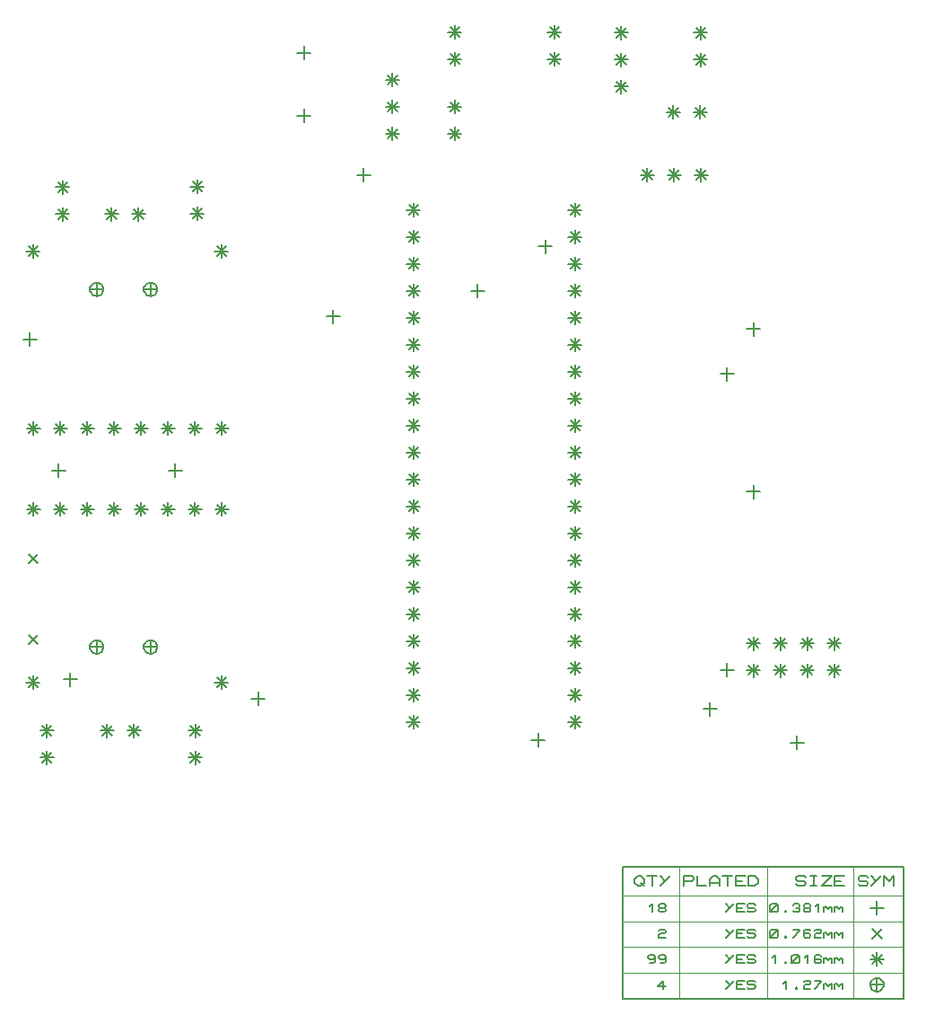
<source format=gbr>
G04 PROTEUS RS274X GERBER FILE*
%FSLAX45Y45*%
%MOMM*%
G01*
%ADD16C,0.203200*%
%ADD17C,0.127000*%
%ADD18C,0.063500*%
D16*
X+3105960Y+6892105D02*
X+3105960Y+6765105D01*
X+3169460Y+6828605D02*
X+3042460Y+6828605D01*
X+3105960Y+7482205D02*
X+3105960Y+7355205D01*
X+3169460Y+7418705D02*
X+3042460Y+7418705D01*
X+7097938Y+1665256D02*
X+7097938Y+1538256D01*
X+7161438Y+1601756D02*
X+7034438Y+1601756D01*
X+7097938Y+4457316D02*
X+7097938Y+4330316D01*
X+7161438Y+4393816D02*
X+7034438Y+4393816D01*
X+7760468Y+979516D02*
X+7760468Y+852516D01*
X+7823968Y+916016D02*
X+7696968Y+916016D01*
X+6936953Y+1297016D02*
X+6936953Y+1170016D01*
X+7000453Y+1233516D02*
X+6873453Y+1233516D01*
X+3379880Y+4999283D02*
X+3379880Y+4872283D01*
X+3443380Y+4935783D02*
X+3316380Y+4935783D01*
X+520000Y+4783500D02*
X+520000Y+4656500D01*
X+583500Y+4720000D02*
X+456500Y+4720000D01*
X+3670602Y+6330487D02*
X+3670602Y+6203487D01*
X+3734102Y+6266987D02*
X+3607102Y+6266987D01*
X+5384337Y+5657234D02*
X+5384337Y+5530234D01*
X+5447837Y+5593734D02*
X+5320837Y+5593734D01*
X+900544Y+1576911D02*
X+900544Y+1449911D01*
X+964044Y+1513411D02*
X+837044Y+1513411D01*
X+2674402Y+1397454D02*
X+2674402Y+1270454D01*
X+2737902Y+1333954D02*
X+2610902Y+1333954D01*
X+5315061Y+1005876D02*
X+5315061Y+878876D01*
X+5378561Y+942376D02*
X+5251561Y+942376D01*
X+4743828Y+5238311D02*
X+4743828Y+5111311D01*
X+4807328Y+5174811D02*
X+4680328Y+5174811D01*
X+7346404Y+3347121D02*
X+7346404Y+3220121D01*
X+7409904Y+3283621D02*
X+7282904Y+3283621D01*
X+7346404Y+4880356D02*
X+7346404Y+4753356D01*
X+7409904Y+4816856D02*
X+7282904Y+4816856D01*
X+790657Y+3547880D02*
X+790657Y+3420880D01*
X+854157Y+3484380D02*
X+727157Y+3484380D01*
X+1890705Y+3547880D02*
X+1890705Y+3420880D01*
X+1954205Y+3484380D02*
X+1827205Y+3484380D01*
X+5470000Y+7423500D02*
X+5470000Y+7296500D01*
X+5533500Y+7360000D02*
X+5406500Y+7360000D01*
X+5514901Y+7404901D02*
X+5425099Y+7315099D01*
X+5514901Y+7315099D02*
X+5425099Y+7404901D01*
X+5470000Y+7677500D02*
X+5470000Y+7550500D01*
X+5533500Y+7614000D02*
X+5406500Y+7614000D01*
X+5514901Y+7658901D02*
X+5425099Y+7569099D01*
X+5514901Y+7569099D02*
X+5425099Y+7658901D01*
X+4530000Y+7423500D02*
X+4530000Y+7296500D01*
X+4593500Y+7360000D02*
X+4466500Y+7360000D01*
X+4574901Y+7404901D02*
X+4485099Y+7315099D01*
X+4574901Y+7315099D02*
X+4485099Y+7404901D01*
X+4530000Y+7677500D02*
X+4530000Y+7550500D01*
X+4593500Y+7614000D02*
X+4466500Y+7614000D01*
X+4574901Y+7658901D02*
X+4485099Y+7569099D01*
X+4574901Y+7569099D02*
X+4485099Y+7658901D01*
X+6844000Y+6923500D02*
X+6844000Y+6796500D01*
X+6907500Y+6860000D02*
X+6780500Y+6860000D01*
X+6888901Y+6904901D02*
X+6799099Y+6815099D01*
X+6888901Y+6815099D02*
X+6799099Y+6904901D01*
X+6590000Y+6923500D02*
X+6590000Y+6796500D01*
X+6653500Y+6860000D02*
X+6526500Y+6860000D01*
X+6634901Y+6904901D02*
X+6545099Y+6815099D01*
X+6634901Y+6815099D02*
X+6545099Y+6904901D01*
X+4530000Y+6973500D02*
X+4530000Y+6846500D01*
X+4593500Y+6910000D02*
X+4466500Y+6910000D01*
X+4574901Y+6954901D02*
X+4485099Y+6865099D01*
X+4574901Y+6865099D02*
X+4485099Y+6954901D01*
X+4530000Y+6719500D02*
X+4530000Y+6592500D01*
X+4593500Y+6656000D02*
X+4466500Y+6656000D01*
X+4574901Y+6700901D02*
X+4485099Y+6611099D01*
X+4574901Y+6611099D02*
X+4485099Y+6700901D01*
X+2100000Y+6223500D02*
X+2100000Y+6096500D01*
X+2163500Y+6160000D02*
X+2036500Y+6160000D01*
X+2144901Y+6204901D02*
X+2055099Y+6115099D01*
X+2144901Y+6115099D02*
X+2055099Y+6204901D01*
X+2100000Y+5969500D02*
X+2100000Y+5842500D01*
X+2163500Y+5906000D02*
X+2036500Y+5906000D01*
X+2144901Y+5950901D02*
X+2055099Y+5861099D01*
X+2144901Y+5861099D02*
X+2055099Y+5950901D01*
X+830000Y+6217500D02*
X+830000Y+6090500D01*
X+893500Y+6154000D02*
X+766500Y+6154000D01*
X+874901Y+6198901D02*
X+785099Y+6109099D01*
X+874901Y+6109099D02*
X+785099Y+6198901D01*
X+830000Y+5963500D02*
X+830000Y+5836500D01*
X+893500Y+5900000D02*
X+766500Y+5900000D01*
X+874901Y+5944901D02*
X+785099Y+5855099D01*
X+874901Y+5855099D02*
X+785099Y+5944901D01*
X+1544000Y+5963500D02*
X+1544000Y+5836500D01*
X+1607500Y+5900000D02*
X+1480500Y+5900000D01*
X+1588901Y+5944901D02*
X+1499099Y+5855099D01*
X+1588901Y+5855099D02*
X+1499099Y+5944901D01*
X+1290000Y+5963500D02*
X+1290000Y+5836500D01*
X+1353500Y+5900000D02*
X+1226500Y+5900000D01*
X+1334901Y+5944901D02*
X+1245099Y+5855099D01*
X+1334901Y+5855099D02*
X+1245099Y+5944901D01*
X+2080000Y+839500D02*
X+2080000Y+712500D01*
X+2143500Y+776000D02*
X+2016500Y+776000D01*
X+2124901Y+820901D02*
X+2035099Y+731099D01*
X+2124901Y+731099D02*
X+2035099Y+820901D01*
X+2080000Y+1093500D02*
X+2080000Y+966500D01*
X+2143500Y+1030000D02*
X+2016500Y+1030000D01*
X+2124901Y+1074901D02*
X+2035099Y+985099D01*
X+2124901Y+985099D02*
X+2035099Y+1074901D01*
X+1504000Y+1093500D02*
X+1504000Y+966500D01*
X+1567500Y+1030000D02*
X+1440500Y+1030000D01*
X+1548901Y+1074901D02*
X+1459099Y+985099D01*
X+1548901Y+985099D02*
X+1459099Y+1074901D01*
X+1250000Y+1093500D02*
X+1250000Y+966500D01*
X+1313500Y+1030000D02*
X+1186500Y+1030000D01*
X+1294901Y+1074901D02*
X+1205099Y+985099D01*
X+1294901Y+985099D02*
X+1205099Y+1074901D01*
X+680000Y+839500D02*
X+680000Y+712500D01*
X+743500Y+776000D02*
X+616500Y+776000D01*
X+724901Y+820901D02*
X+635099Y+731099D01*
X+724901Y+731099D02*
X+635099Y+820901D01*
X+680000Y+1093500D02*
X+680000Y+966500D01*
X+743500Y+1030000D02*
X+616500Y+1030000D01*
X+724901Y+1074901D02*
X+635099Y+985099D01*
X+724901Y+985099D02*
X+635099Y+1074901D01*
X+550000Y+5613500D02*
X+550000Y+5486500D01*
X+613500Y+5550000D02*
X+486500Y+5550000D01*
X+594901Y+5594901D02*
X+505099Y+5505099D01*
X+594901Y+5505099D02*
X+505099Y+5594901D01*
X+2328000Y+5613500D02*
X+2328000Y+5486500D01*
X+2391500Y+5550000D02*
X+2264500Y+5550000D01*
X+2372901Y+5594901D02*
X+2283099Y+5505099D01*
X+2372901Y+5505099D02*
X+2283099Y+5594901D01*
X+550000Y+1549500D02*
X+550000Y+1422500D01*
X+613500Y+1486000D02*
X+486500Y+1486000D01*
X+594901Y+1530901D02*
X+505099Y+1441099D01*
X+594901Y+1441099D02*
X+505099Y+1530901D01*
X+2328000Y+1549500D02*
X+2328000Y+1422500D01*
X+2391500Y+1486000D02*
X+2264500Y+1486000D01*
X+2372901Y+1530901D02*
X+2283099Y+1441099D01*
X+2372901Y+1441099D02*
X+2283099Y+1530901D01*
X+6850000Y+7673500D02*
X+6850000Y+7546500D01*
X+6913500Y+7610000D02*
X+6786500Y+7610000D01*
X+6894901Y+7654901D02*
X+6805099Y+7565099D01*
X+6894901Y+7565099D02*
X+6805099Y+7654901D01*
X+6850000Y+7419500D02*
X+6850000Y+7292500D01*
X+6913500Y+7356000D02*
X+6786500Y+7356000D01*
X+6894901Y+7400901D02*
X+6805099Y+7311099D01*
X+6894901Y+7311099D02*
X+6805099Y+7400901D01*
X+7856000Y+1663500D02*
X+7856000Y+1536500D01*
X+7919500Y+1600000D02*
X+7792500Y+1600000D01*
X+7900901Y+1644901D02*
X+7811099Y+1555099D01*
X+7900901Y+1555099D02*
X+7811099Y+1644901D01*
X+7856000Y+1917500D02*
X+7856000Y+1790500D01*
X+7919500Y+1854000D02*
X+7792500Y+1854000D01*
X+7900901Y+1898901D02*
X+7811099Y+1809099D01*
X+7900901Y+1809099D02*
X+7811099Y+1898901D01*
X+8110000Y+1663500D02*
X+8110000Y+1536500D01*
X+8173500Y+1600000D02*
X+8046500Y+1600000D01*
X+8154901Y+1644901D02*
X+8065099Y+1555099D01*
X+8154901Y+1555099D02*
X+8065099Y+1644901D01*
X+7348000Y+1917500D02*
X+7348000Y+1790500D01*
X+7411500Y+1854000D02*
X+7284500Y+1854000D01*
X+7392901Y+1898901D02*
X+7303099Y+1809099D01*
X+7392901Y+1809099D02*
X+7303099Y+1898901D01*
X+7348000Y+1663500D02*
X+7348000Y+1536500D01*
X+7411500Y+1600000D02*
X+7284500Y+1600000D01*
X+7392901Y+1644901D02*
X+7303099Y+1555099D01*
X+7392901Y+1555099D02*
X+7303099Y+1644901D01*
X+7602000Y+1917500D02*
X+7602000Y+1790500D01*
X+7665500Y+1854000D02*
X+7538500Y+1854000D01*
X+7646901Y+1898901D02*
X+7557099Y+1809099D01*
X+7646901Y+1809099D02*
X+7557099Y+1898901D01*
X+7602000Y+1663500D02*
X+7602000Y+1536500D01*
X+7665500Y+1600000D02*
X+7538500Y+1600000D01*
X+7646901Y+1644901D02*
X+7557099Y+1555099D01*
X+7646901Y+1555099D02*
X+7557099Y+1644901D01*
X+8110000Y+1917500D02*
X+8110000Y+1790500D01*
X+8173500Y+1854000D02*
X+8046500Y+1854000D01*
X+8154901Y+1898901D02*
X+8065099Y+1809099D01*
X+8154901Y+1809099D02*
X+8065099Y+1898901D01*
X+5664000Y+1175500D02*
X+5664000Y+1048500D01*
X+5727500Y+1112000D02*
X+5600500Y+1112000D01*
X+5708901Y+1156901D02*
X+5619099Y+1067099D01*
X+5708901Y+1067099D02*
X+5619099Y+1156901D01*
X+4140000Y+5493500D02*
X+4140000Y+5366500D01*
X+4203500Y+5430000D02*
X+4076500Y+5430000D01*
X+4184901Y+5474901D02*
X+4095099Y+5385099D01*
X+4184901Y+5385099D02*
X+4095099Y+5474901D01*
X+4140000Y+6001500D02*
X+4140000Y+5874500D01*
X+4203500Y+5938000D02*
X+4076500Y+5938000D01*
X+4184901Y+5982901D02*
X+4095099Y+5893099D01*
X+4184901Y+5893099D02*
X+4095099Y+5982901D01*
X+5664000Y+1683500D02*
X+5664000Y+1556500D01*
X+5727500Y+1620000D02*
X+5600500Y+1620000D01*
X+5708901Y+1664901D02*
X+5619099Y+1575099D01*
X+5708901Y+1575099D02*
X+5619099Y+1664901D01*
X+4140000Y+2445500D02*
X+4140000Y+2318500D01*
X+4203500Y+2382000D02*
X+4076500Y+2382000D01*
X+4184901Y+2426901D02*
X+4095099Y+2337099D01*
X+4184901Y+2337099D02*
X+4095099Y+2426901D01*
X+4140000Y+2699500D02*
X+4140000Y+2572500D01*
X+4203500Y+2636000D02*
X+4076500Y+2636000D01*
X+4184901Y+2680901D02*
X+4095099Y+2591099D01*
X+4184901Y+2591099D02*
X+4095099Y+2680901D01*
X+4140000Y+2953500D02*
X+4140000Y+2826500D01*
X+4203500Y+2890000D02*
X+4076500Y+2890000D01*
X+4184901Y+2934901D02*
X+4095099Y+2845099D01*
X+4184901Y+2845099D02*
X+4095099Y+2934901D01*
X+4140000Y+3207500D02*
X+4140000Y+3080500D01*
X+4203500Y+3144000D02*
X+4076500Y+3144000D01*
X+4184901Y+3188901D02*
X+4095099Y+3099099D01*
X+4184901Y+3099099D02*
X+4095099Y+3188901D01*
X+4140000Y+3461500D02*
X+4140000Y+3334500D01*
X+4203500Y+3398000D02*
X+4076500Y+3398000D01*
X+4184901Y+3442901D02*
X+4095099Y+3353099D01*
X+4184901Y+3353099D02*
X+4095099Y+3442901D01*
X+4140000Y+3715500D02*
X+4140000Y+3588500D01*
X+4203500Y+3652000D02*
X+4076500Y+3652000D01*
X+4184901Y+3696901D02*
X+4095099Y+3607099D01*
X+4184901Y+3607099D02*
X+4095099Y+3696901D01*
X+4140000Y+3969500D02*
X+4140000Y+3842500D01*
X+4203500Y+3906000D02*
X+4076500Y+3906000D01*
X+4184901Y+3950901D02*
X+4095099Y+3861099D01*
X+4184901Y+3861099D02*
X+4095099Y+3950901D01*
X+4140000Y+4223500D02*
X+4140000Y+4096500D01*
X+4203500Y+4160000D02*
X+4076500Y+4160000D01*
X+4184901Y+4204901D02*
X+4095099Y+4115099D01*
X+4184901Y+4115099D02*
X+4095099Y+4204901D01*
X+5664000Y+4985500D02*
X+5664000Y+4858500D01*
X+5727500Y+4922000D02*
X+5600500Y+4922000D01*
X+5708901Y+4966901D02*
X+5619099Y+4877099D01*
X+5708901Y+4877099D02*
X+5619099Y+4966901D01*
X+5664000Y+4731500D02*
X+5664000Y+4604500D01*
X+5727500Y+4668000D02*
X+5600500Y+4668000D01*
X+5708901Y+4712901D02*
X+5619099Y+4623099D01*
X+5708901Y+4623099D02*
X+5619099Y+4712901D01*
X+5664000Y+4477500D02*
X+5664000Y+4350500D01*
X+5727500Y+4414000D02*
X+5600500Y+4414000D01*
X+5708901Y+4458901D02*
X+5619099Y+4369099D01*
X+5708901Y+4369099D02*
X+5619099Y+4458901D01*
X+5664000Y+4223500D02*
X+5664000Y+4096500D01*
X+5727500Y+4160000D02*
X+5600500Y+4160000D01*
X+5708901Y+4204901D02*
X+5619099Y+4115099D01*
X+5708901Y+4115099D02*
X+5619099Y+4204901D01*
X+5664000Y+3969500D02*
X+5664000Y+3842500D01*
X+5727500Y+3906000D02*
X+5600500Y+3906000D01*
X+5708901Y+3950901D02*
X+5619099Y+3861099D01*
X+5708901Y+3861099D02*
X+5619099Y+3950901D01*
X+5664000Y+3715500D02*
X+5664000Y+3588500D01*
X+5727500Y+3652000D02*
X+5600500Y+3652000D01*
X+5708901Y+3696901D02*
X+5619099Y+3607099D01*
X+5708901Y+3607099D02*
X+5619099Y+3696901D01*
X+4140000Y+4477500D02*
X+4140000Y+4350500D01*
X+4203500Y+4414000D02*
X+4076500Y+4414000D01*
X+4184901Y+4458901D02*
X+4095099Y+4369099D01*
X+4184901Y+4369099D02*
X+4095099Y+4458901D01*
X+4140000Y+4731500D02*
X+4140000Y+4604500D01*
X+4203500Y+4668000D02*
X+4076500Y+4668000D01*
X+4184901Y+4712901D02*
X+4095099Y+4623099D01*
X+4184901Y+4623099D02*
X+4095099Y+4712901D01*
X+4140000Y+4985500D02*
X+4140000Y+4858500D01*
X+4203500Y+4922000D02*
X+4076500Y+4922000D01*
X+4184901Y+4966901D02*
X+4095099Y+4877099D01*
X+4184901Y+4877099D02*
X+4095099Y+4966901D01*
X+5664000Y+3461500D02*
X+5664000Y+3334500D01*
X+5727500Y+3398000D02*
X+5600500Y+3398000D01*
X+5708901Y+3442901D02*
X+5619099Y+3353099D01*
X+5708901Y+3353099D02*
X+5619099Y+3442901D01*
X+5664000Y+3207500D02*
X+5664000Y+3080500D01*
X+5727500Y+3144000D02*
X+5600500Y+3144000D01*
X+5708901Y+3188901D02*
X+5619099Y+3099099D01*
X+5708901Y+3099099D02*
X+5619099Y+3188901D01*
X+5664000Y+2953500D02*
X+5664000Y+2826500D01*
X+5727500Y+2890000D02*
X+5600500Y+2890000D01*
X+5708901Y+2934901D02*
X+5619099Y+2845099D01*
X+5708901Y+2845099D02*
X+5619099Y+2934901D01*
X+5664000Y+2699500D02*
X+5664000Y+2572500D01*
X+5727500Y+2636000D02*
X+5600500Y+2636000D01*
X+5708901Y+2680901D02*
X+5619099Y+2591099D01*
X+5708901Y+2591099D02*
X+5619099Y+2680901D01*
X+5664000Y+2445500D02*
X+5664000Y+2318500D01*
X+5727500Y+2382000D02*
X+5600500Y+2382000D01*
X+5708901Y+2426901D02*
X+5619099Y+2337099D01*
X+5708901Y+2337099D02*
X+5619099Y+2426901D01*
X+5664000Y+2191500D02*
X+5664000Y+2064500D01*
X+5727500Y+2128000D02*
X+5600500Y+2128000D01*
X+5708901Y+2172901D02*
X+5619099Y+2083099D01*
X+5708901Y+2083099D02*
X+5619099Y+2172901D01*
X+5664000Y+1937500D02*
X+5664000Y+1810500D01*
X+5727500Y+1874000D02*
X+5600500Y+1874000D01*
X+5708901Y+1918901D02*
X+5619099Y+1829099D01*
X+5708901Y+1829099D02*
X+5619099Y+1918901D01*
X+4140000Y+5239500D02*
X+4140000Y+5112500D01*
X+4203500Y+5176000D02*
X+4076500Y+5176000D01*
X+4184901Y+5220901D02*
X+4095099Y+5131099D01*
X+4184901Y+5131099D02*
X+4095099Y+5220901D01*
X+5664000Y+6001500D02*
X+5664000Y+5874500D01*
X+5727500Y+5938000D02*
X+5600500Y+5938000D01*
X+5708901Y+5982901D02*
X+5619099Y+5893099D01*
X+5708901Y+5893099D02*
X+5619099Y+5982901D01*
X+5664000Y+5747500D02*
X+5664000Y+5620500D01*
X+5727500Y+5684000D02*
X+5600500Y+5684000D01*
X+5708901Y+5728901D02*
X+5619099Y+5639099D01*
X+5708901Y+5639099D02*
X+5619099Y+5728901D01*
X+5664000Y+5493500D02*
X+5664000Y+5366500D01*
X+5727500Y+5430000D02*
X+5600500Y+5430000D01*
X+5708901Y+5474901D02*
X+5619099Y+5385099D01*
X+5708901Y+5385099D02*
X+5619099Y+5474901D01*
X+5664000Y+5239500D02*
X+5664000Y+5112500D01*
X+5727500Y+5176000D02*
X+5600500Y+5176000D01*
X+5708901Y+5220901D02*
X+5619099Y+5131099D01*
X+5708901Y+5131099D02*
X+5619099Y+5220901D01*
X+4140000Y+1429500D02*
X+4140000Y+1302500D01*
X+4203500Y+1366000D02*
X+4076500Y+1366000D01*
X+4184901Y+1410901D02*
X+4095099Y+1321099D01*
X+4184901Y+1321099D02*
X+4095099Y+1410901D01*
X+4140000Y+1683500D02*
X+4140000Y+1556500D01*
X+4203500Y+1620000D02*
X+4076500Y+1620000D01*
X+4184901Y+1664901D02*
X+4095099Y+1575099D01*
X+4184901Y+1575099D02*
X+4095099Y+1664901D01*
X+4140000Y+1937500D02*
X+4140000Y+1810500D01*
X+4203500Y+1874000D02*
X+4076500Y+1874000D01*
X+4184901Y+1918901D02*
X+4095099Y+1829099D01*
X+4184901Y+1829099D02*
X+4095099Y+1918901D01*
X+5664000Y+1429500D02*
X+5664000Y+1302500D01*
X+5727500Y+1366000D02*
X+5600500Y+1366000D01*
X+5708901Y+1410901D02*
X+5619099Y+1321099D01*
X+5708901Y+1321099D02*
X+5619099Y+1410901D01*
X+4140000Y+5747500D02*
X+4140000Y+5620500D01*
X+4203500Y+5684000D02*
X+4076500Y+5684000D01*
X+4184901Y+5728901D02*
X+4095099Y+5639099D01*
X+4184901Y+5639099D02*
X+4095099Y+5728901D01*
X+4140000Y+2191500D02*
X+4140000Y+2064500D01*
X+4203500Y+2128000D02*
X+4076500Y+2128000D01*
X+4184901Y+2172901D02*
X+4095099Y+2083099D01*
X+4184901Y+2083099D02*
X+4095099Y+2172901D01*
X+4140000Y+1175500D02*
X+4140000Y+1048500D01*
X+4203500Y+1112000D02*
X+4076500Y+1112000D01*
X+4184901Y+1156901D02*
X+4095099Y+1067099D01*
X+4184901Y+1067099D02*
X+4095099Y+1156901D01*
X+2330000Y+3181500D02*
X+2330000Y+3054500D01*
X+2393500Y+3118000D02*
X+2266500Y+3118000D01*
X+2374901Y+3162901D02*
X+2285099Y+3073099D01*
X+2374901Y+3073099D02*
X+2285099Y+3162901D01*
X+2076000Y+3181500D02*
X+2076000Y+3054500D01*
X+2139500Y+3118000D02*
X+2012500Y+3118000D01*
X+2120901Y+3162901D02*
X+2031099Y+3073099D01*
X+2120901Y+3073099D02*
X+2031099Y+3162901D01*
X+1822000Y+3181500D02*
X+1822000Y+3054500D01*
X+1885500Y+3118000D02*
X+1758500Y+3118000D01*
X+1866901Y+3162901D02*
X+1777099Y+3073099D01*
X+1866901Y+3073099D02*
X+1777099Y+3162901D01*
X+1568000Y+3181500D02*
X+1568000Y+3054500D01*
X+1631500Y+3118000D02*
X+1504500Y+3118000D01*
X+1612901Y+3162901D02*
X+1523099Y+3073099D01*
X+1612901Y+3073099D02*
X+1523099Y+3162901D01*
X+1314000Y+3181500D02*
X+1314000Y+3054500D01*
X+1377500Y+3118000D02*
X+1250500Y+3118000D01*
X+1358901Y+3162901D02*
X+1269099Y+3073099D01*
X+1358901Y+3073099D02*
X+1269099Y+3162901D01*
X+1060000Y+3181500D02*
X+1060000Y+3054500D01*
X+1123500Y+3118000D02*
X+996500Y+3118000D01*
X+1104901Y+3162901D02*
X+1015099Y+3073099D01*
X+1104901Y+3073099D02*
X+1015099Y+3162901D01*
X+806000Y+3181500D02*
X+806000Y+3054500D01*
X+869500Y+3118000D02*
X+742500Y+3118000D01*
X+850901Y+3162901D02*
X+761099Y+3073099D01*
X+850901Y+3073099D02*
X+761099Y+3162901D01*
X+552000Y+3181500D02*
X+552000Y+3054500D01*
X+615500Y+3118000D02*
X+488500Y+3118000D01*
X+596901Y+3162901D02*
X+507099Y+3073099D01*
X+596901Y+3073099D02*
X+507099Y+3162901D01*
X+552000Y+3943500D02*
X+552000Y+3816500D01*
X+615500Y+3880000D02*
X+488500Y+3880000D01*
X+596901Y+3924901D02*
X+507099Y+3835099D01*
X+596901Y+3835099D02*
X+507099Y+3924901D01*
X+806000Y+3943500D02*
X+806000Y+3816500D01*
X+869500Y+3880000D02*
X+742500Y+3880000D01*
X+850901Y+3924901D02*
X+761099Y+3835099D01*
X+850901Y+3835099D02*
X+761099Y+3924901D01*
X+1060000Y+3943500D02*
X+1060000Y+3816500D01*
X+1123500Y+3880000D02*
X+996500Y+3880000D01*
X+1104901Y+3924901D02*
X+1015099Y+3835099D01*
X+1104901Y+3835099D02*
X+1015099Y+3924901D01*
X+1314000Y+3943500D02*
X+1314000Y+3816500D01*
X+1377500Y+3880000D02*
X+1250500Y+3880000D01*
X+1358901Y+3924901D02*
X+1269099Y+3835099D01*
X+1358901Y+3835099D02*
X+1269099Y+3924901D01*
X+1568000Y+3943500D02*
X+1568000Y+3816500D01*
X+1631500Y+3880000D02*
X+1504500Y+3880000D01*
X+1612901Y+3924901D02*
X+1523099Y+3835099D01*
X+1612901Y+3835099D02*
X+1523099Y+3924901D01*
X+1822000Y+3943500D02*
X+1822000Y+3816500D01*
X+1885500Y+3880000D02*
X+1758500Y+3880000D01*
X+1866901Y+3924901D02*
X+1777099Y+3835099D01*
X+1866901Y+3835099D02*
X+1777099Y+3924901D01*
X+2076000Y+3943500D02*
X+2076000Y+3816500D01*
X+2139500Y+3880000D02*
X+2012500Y+3880000D01*
X+2120901Y+3924901D02*
X+2031099Y+3835099D01*
X+2120901Y+3835099D02*
X+2031099Y+3924901D01*
X+2330000Y+3943500D02*
X+2330000Y+3816500D01*
X+2393500Y+3880000D02*
X+2266500Y+3880000D01*
X+2374901Y+3924901D02*
X+2285099Y+3835099D01*
X+2374901Y+3835099D02*
X+2285099Y+3924901D01*
X+3940000Y+7227500D02*
X+3940000Y+7100500D01*
X+4003500Y+7164000D02*
X+3876500Y+7164000D01*
X+3984901Y+7208901D02*
X+3895099Y+7119099D01*
X+3984901Y+7119099D02*
X+3895099Y+7208901D01*
X+3940000Y+6973500D02*
X+3940000Y+6846500D01*
X+4003500Y+6910000D02*
X+3876500Y+6910000D01*
X+3984901Y+6954901D02*
X+3895099Y+6865099D01*
X+3984901Y+6865099D02*
X+3895099Y+6954901D01*
X+3940000Y+6719500D02*
X+3940000Y+6592500D01*
X+4003500Y+6656000D02*
X+3876500Y+6656000D01*
X+3984901Y+6700901D02*
X+3895099Y+6611099D01*
X+3984901Y+6611099D02*
X+3895099Y+6700901D01*
X+6854000Y+6333500D02*
X+6854000Y+6206500D01*
X+6917500Y+6270000D02*
X+6790500Y+6270000D01*
X+6898901Y+6314901D02*
X+6809099Y+6225099D01*
X+6898901Y+6225099D02*
X+6809099Y+6314901D01*
X+6600000Y+6333500D02*
X+6600000Y+6206500D01*
X+6663500Y+6270000D02*
X+6536500Y+6270000D01*
X+6644901Y+6314901D02*
X+6555099Y+6225099D01*
X+6644901Y+6225099D02*
X+6555099Y+6314901D01*
X+6346000Y+6333500D02*
X+6346000Y+6206500D01*
X+6409500Y+6270000D02*
X+6282500Y+6270000D01*
X+6390901Y+6314901D02*
X+6301099Y+6225099D01*
X+6390901Y+6225099D02*
X+6301099Y+6314901D01*
X+1721500Y+5190000D02*
X+1721275Y+5195335D01*
X+1719449Y+5206007D01*
X+1715624Y+5216679D01*
X+1709353Y+5227351D01*
X+1699780Y+5237819D01*
X+1689108Y+5245358D01*
X+1678436Y+5250122D01*
X+1667764Y+5252745D01*
X+1658000Y+5253500D01*
X+1594500Y+5190000D02*
X+1594725Y+5195335D01*
X+1596551Y+5206007D01*
X+1600376Y+5216679D01*
X+1606647Y+5227351D01*
X+1616220Y+5237819D01*
X+1626892Y+5245358D01*
X+1637564Y+5250122D01*
X+1648236Y+5252745D01*
X+1658000Y+5253500D01*
X+1594500Y+5190000D02*
X+1594725Y+5184665D01*
X+1596551Y+5173993D01*
X+1600376Y+5163321D01*
X+1606647Y+5152649D01*
X+1616220Y+5142181D01*
X+1626892Y+5134642D01*
X+1637564Y+5129878D01*
X+1648236Y+5127255D01*
X+1658000Y+5126500D01*
X+1721500Y+5190000D02*
X+1721275Y+5184665D01*
X+1719449Y+5173993D01*
X+1715624Y+5163321D01*
X+1709353Y+5152649D01*
X+1699780Y+5142181D01*
X+1689108Y+5134642D01*
X+1678436Y+5129878D01*
X+1667764Y+5127255D01*
X+1658000Y+5126500D01*
X+1658000Y+5253500D02*
X+1658000Y+5126500D01*
X+1721500Y+5190000D02*
X+1594500Y+5190000D01*
X+1213500Y+5190000D02*
X+1213275Y+5195335D01*
X+1211449Y+5206007D01*
X+1207624Y+5216679D01*
X+1201353Y+5227351D01*
X+1191780Y+5237819D01*
X+1181108Y+5245358D01*
X+1170436Y+5250122D01*
X+1159764Y+5252745D01*
X+1150000Y+5253500D01*
X+1086500Y+5190000D02*
X+1086725Y+5195335D01*
X+1088551Y+5206007D01*
X+1092376Y+5216679D01*
X+1098647Y+5227351D01*
X+1108220Y+5237819D01*
X+1118892Y+5245358D01*
X+1129564Y+5250122D01*
X+1140236Y+5252745D01*
X+1150000Y+5253500D01*
X+1086500Y+5190000D02*
X+1086725Y+5184665D01*
X+1088551Y+5173993D01*
X+1092376Y+5163321D01*
X+1098647Y+5152649D01*
X+1108220Y+5142181D01*
X+1118892Y+5134642D01*
X+1129564Y+5129878D01*
X+1140236Y+5127255D01*
X+1150000Y+5126500D01*
X+1213500Y+5190000D02*
X+1213275Y+5184665D01*
X+1211449Y+5173993D01*
X+1207624Y+5163321D01*
X+1201353Y+5152649D01*
X+1191780Y+5142181D01*
X+1181108Y+5134642D01*
X+1170436Y+5129878D01*
X+1159764Y+5127255D01*
X+1150000Y+5126500D01*
X+1150000Y+5253500D02*
X+1150000Y+5126500D01*
X+1213500Y+5190000D02*
X+1086500Y+5190000D01*
X+1721500Y+1820000D02*
X+1721275Y+1825335D01*
X+1719449Y+1836007D01*
X+1715624Y+1846679D01*
X+1709353Y+1857351D01*
X+1699780Y+1867819D01*
X+1689108Y+1875358D01*
X+1678436Y+1880122D01*
X+1667764Y+1882745D01*
X+1658000Y+1883500D01*
X+1594500Y+1820000D02*
X+1594725Y+1825335D01*
X+1596551Y+1836007D01*
X+1600376Y+1846679D01*
X+1606647Y+1857351D01*
X+1616220Y+1867819D01*
X+1626892Y+1875358D01*
X+1637564Y+1880122D01*
X+1648236Y+1882745D01*
X+1658000Y+1883500D01*
X+1594500Y+1820000D02*
X+1594725Y+1814665D01*
X+1596551Y+1803993D01*
X+1600376Y+1793321D01*
X+1606647Y+1782649D01*
X+1616220Y+1772181D01*
X+1626892Y+1764642D01*
X+1637564Y+1759878D01*
X+1648236Y+1757255D01*
X+1658000Y+1756500D01*
X+1721500Y+1820000D02*
X+1721275Y+1814665D01*
X+1719449Y+1803993D01*
X+1715624Y+1793321D01*
X+1709353Y+1782649D01*
X+1699780Y+1772181D01*
X+1689108Y+1764642D01*
X+1678436Y+1759878D01*
X+1667764Y+1757255D01*
X+1658000Y+1756500D01*
X+1658000Y+1883500D02*
X+1658000Y+1756500D01*
X+1721500Y+1820000D02*
X+1594500Y+1820000D01*
X+1213500Y+1820000D02*
X+1213275Y+1825335D01*
X+1211449Y+1836007D01*
X+1207624Y+1846679D01*
X+1201353Y+1857351D01*
X+1191780Y+1867819D01*
X+1181108Y+1875358D01*
X+1170436Y+1880122D01*
X+1159764Y+1882745D01*
X+1150000Y+1883500D01*
X+1086500Y+1820000D02*
X+1086725Y+1825335D01*
X+1088551Y+1836007D01*
X+1092376Y+1846679D01*
X+1098647Y+1857351D01*
X+1108220Y+1867819D01*
X+1118892Y+1875358D01*
X+1129564Y+1880122D01*
X+1140236Y+1882745D01*
X+1150000Y+1883500D01*
X+1086500Y+1820000D02*
X+1086725Y+1814665D01*
X+1088551Y+1803993D01*
X+1092376Y+1793321D01*
X+1098647Y+1782649D01*
X+1108220Y+1772181D01*
X+1118892Y+1764642D01*
X+1129564Y+1759878D01*
X+1140236Y+1757255D01*
X+1150000Y+1756500D01*
X+1213500Y+1820000D02*
X+1213275Y+1814665D01*
X+1211449Y+1803993D01*
X+1207624Y+1793321D01*
X+1201353Y+1782649D01*
X+1191780Y+1772181D01*
X+1181108Y+1764642D01*
X+1170436Y+1759878D01*
X+1159764Y+1757255D01*
X+1150000Y+1756500D01*
X+1150000Y+1883500D02*
X+1150000Y+1756500D01*
X+1213500Y+1820000D02*
X+1086500Y+1820000D01*
X+594901Y+1934901D02*
X+505099Y+1845099D01*
X+594901Y+1845099D02*
X+505099Y+1934901D01*
X+594901Y+2696901D02*
X+505099Y+2607099D01*
X+594901Y+2607099D02*
X+505099Y+2696901D01*
X+6100000Y+7673500D02*
X+6100000Y+7546500D01*
X+6163500Y+7610000D02*
X+6036500Y+7610000D01*
X+6144901Y+7654901D02*
X+6055099Y+7565099D01*
X+6144901Y+7565099D02*
X+6055099Y+7654901D01*
X+6100000Y+7419500D02*
X+6100000Y+7292500D01*
X+6163500Y+7356000D02*
X+6036500Y+7356000D01*
X+6144901Y+7400901D02*
X+6055099Y+7311099D01*
X+6144901Y+7311099D02*
X+6055099Y+7400901D01*
X+6100000Y+7165500D02*
X+6100000Y+7038500D01*
X+6163500Y+7102000D02*
X+6036500Y+7102000D01*
X+6144901Y+7146901D02*
X+6055099Y+7057099D01*
X+6144901Y+7057099D02*
X+6055099Y+7146901D01*
D17*
X+6116020Y-1498760D02*
X+8760160Y-1498760D01*
X+8760160Y-254160D01*
X+6116020Y-254160D01*
X+6116020Y-1498760D01*
D18*
X+8292798Y-254160D02*
X+8292798Y-1498760D01*
X+7479998Y-254160D02*
X+7479998Y-1498760D01*
X+6646878Y-254160D02*
X+6646878Y-1498760D01*
X+8760160Y-527210D02*
X+6116020Y-527210D01*
X+8760160Y-768510D02*
X+6116020Y-768510D01*
X+8760160Y-1009810D02*
X+6116020Y-1009810D01*
X+8760160Y-1251110D02*
X+6116020Y-1251110D01*
D17*
X+8337250Y-417990D02*
X+8352490Y-433230D01*
X+8413450Y-433230D01*
X+8428690Y-417990D01*
X+8428690Y-402750D01*
X+8413450Y-387510D01*
X+8352490Y-387510D01*
X+8337250Y-372270D01*
X+8337250Y-357030D01*
X+8352490Y-341790D01*
X+8413450Y-341790D01*
X+8428690Y-357030D01*
X+8550610Y-341790D02*
X+8459170Y-433230D01*
X+8459170Y-341790D02*
X+8504890Y-387510D01*
X+8581090Y-433230D02*
X+8581090Y-341790D01*
X+8626810Y-387510D01*
X+8672530Y-341790D01*
X+8672530Y-433230D01*
X+7747970Y-417990D02*
X+7763210Y-433230D01*
X+7824170Y-433230D01*
X+7839410Y-417990D01*
X+7839410Y-402750D01*
X+7824170Y-387510D01*
X+7763210Y-387510D01*
X+7747970Y-372270D01*
X+7747970Y-357030D01*
X+7763210Y-341790D01*
X+7824170Y-341790D01*
X+7839410Y-357030D01*
X+7885130Y-341790D02*
X+7946090Y-341790D01*
X+7915610Y-341790D02*
X+7915610Y-433230D01*
X+7885130Y-433230D02*
X+7946090Y-433230D01*
X+7991810Y-341790D02*
X+8083250Y-341790D01*
X+7991810Y-433230D01*
X+8083250Y-433230D01*
X+8205170Y-433230D02*
X+8113730Y-433230D01*
X+8113730Y-341790D01*
X+8205170Y-341790D01*
X+8113730Y-387510D02*
X+8174690Y-387510D01*
X+6691330Y-433230D02*
X+6691330Y-341790D01*
X+6767530Y-341790D01*
X+6782770Y-357030D01*
X+6782770Y-372270D01*
X+6767530Y-387510D01*
X+6691330Y-387510D01*
X+6813250Y-341790D02*
X+6813250Y-433230D01*
X+6904690Y-433230D01*
X+6935170Y-433230D02*
X+6935170Y-372270D01*
X+6965650Y-341790D01*
X+6996130Y-341790D01*
X+7026610Y-372270D01*
X+7026610Y-433230D01*
X+6935170Y-402750D02*
X+7026610Y-402750D01*
X+7057090Y-341790D02*
X+7148530Y-341790D01*
X+7102810Y-341790D02*
X+7102810Y-433230D01*
X+7270450Y-433230D02*
X+7179010Y-433230D01*
X+7179010Y-341790D01*
X+7270450Y-341790D01*
X+7179010Y-387510D02*
X+7239970Y-387510D01*
X+7300930Y-433230D02*
X+7300930Y-341790D01*
X+7361890Y-341790D01*
X+7392370Y-372270D01*
X+7392370Y-402750D01*
X+7361890Y-433230D01*
X+7300930Y-433230D01*
X+6223970Y-372270D02*
X+6254450Y-341790D01*
X+6284930Y-341790D01*
X+6315410Y-372270D01*
X+6315410Y-402750D01*
X+6284930Y-433230D01*
X+6254450Y-433230D01*
X+6223970Y-402750D01*
X+6223970Y-372270D01*
X+6284930Y-402750D02*
X+6315410Y-433230D01*
X+6345890Y-341790D02*
X+6437330Y-341790D01*
X+6391610Y-341790D02*
X+6391610Y-433230D01*
X+6559250Y-341790D02*
X+6467810Y-433230D01*
X+6467810Y-341790D02*
X+6513530Y-387510D01*
D16*
X+8513780Y-578010D02*
X+8513780Y-705010D01*
X+8577280Y-641510D02*
X+8450280Y-641510D01*
D17*
X+7505400Y-666910D02*
X+7505400Y-616110D01*
X+7518100Y-603410D01*
X+7568900Y-603410D01*
X+7581600Y-616110D01*
X+7581600Y-666910D01*
X+7568900Y-679610D01*
X+7518100Y-679610D01*
X+7505400Y-666910D01*
X+7505400Y-679610D02*
X+7581600Y-603410D01*
X+7645100Y-666910D02*
X+7657800Y-666910D01*
X+7657800Y-679610D01*
X+7645100Y-679610D01*
X+7645100Y-666910D01*
X+7721300Y-616110D02*
X+7734000Y-603410D01*
X+7772100Y-603410D01*
X+7784800Y-616110D01*
X+7784800Y-628810D01*
X+7772100Y-641510D01*
X+7784800Y-654210D01*
X+7784800Y-666910D01*
X+7772100Y-679610D01*
X+7734000Y-679610D01*
X+7721300Y-666910D01*
X+7746700Y-641510D02*
X+7772100Y-641510D01*
X+7835600Y-641510D02*
X+7822900Y-628810D01*
X+7822900Y-616110D01*
X+7835600Y-603410D01*
X+7873700Y-603410D01*
X+7886400Y-616110D01*
X+7886400Y-628810D01*
X+7873700Y-641510D01*
X+7835600Y-641510D01*
X+7822900Y-654210D01*
X+7822900Y-666910D01*
X+7835600Y-679610D01*
X+7873700Y-679610D01*
X+7886400Y-666910D01*
X+7886400Y-654210D01*
X+7873700Y-641510D01*
X+7937200Y-628810D02*
X+7962600Y-603410D01*
X+7962600Y-679610D01*
X+8013400Y-679610D02*
X+8013400Y-628810D01*
X+8013400Y-641510D02*
X+8026100Y-628810D01*
X+8051500Y-654210D01*
X+8076900Y-628810D01*
X+8089600Y-641510D01*
X+8089600Y-679610D01*
X+8115000Y-679610D02*
X+8115000Y-628810D01*
X+8115000Y-641510D02*
X+8127700Y-628810D01*
X+8153100Y-654210D01*
X+8178500Y-628810D01*
X+8191200Y-641510D01*
X+8191200Y-679610D01*
X+7162500Y-603410D02*
X+7086300Y-679610D01*
X+7086300Y-603410D02*
X+7124400Y-641510D01*
X+7264100Y-679610D02*
X+7187900Y-679610D01*
X+7187900Y-603410D01*
X+7264100Y-603410D01*
X+7187900Y-641510D02*
X+7238700Y-641510D01*
X+7289500Y-666910D02*
X+7302200Y-679610D01*
X+7353000Y-679610D01*
X+7365700Y-666910D01*
X+7365700Y-654210D01*
X+7353000Y-641510D01*
X+7302200Y-641510D01*
X+7289500Y-628810D01*
X+7289500Y-616110D01*
X+7302200Y-603410D01*
X+7353000Y-603410D01*
X+7365700Y-616110D01*
X+6367480Y-628810D02*
X+6392880Y-603410D01*
X+6392880Y-679610D01*
X+6469080Y-641510D02*
X+6456380Y-628810D01*
X+6456380Y-616110D01*
X+6469080Y-603410D01*
X+6507180Y-603410D01*
X+6519880Y-616110D01*
X+6519880Y-628810D01*
X+6507180Y-641510D01*
X+6469080Y-641510D01*
X+6456380Y-654210D01*
X+6456380Y-666910D01*
X+6469080Y-679610D01*
X+6507180Y-679610D01*
X+6519880Y-666910D01*
X+6519880Y-654210D01*
X+6507180Y-641510D01*
D16*
X+8558681Y-837909D02*
X+8468879Y-927711D01*
X+8558681Y-927711D02*
X+8468879Y-837909D01*
D17*
X+7505400Y-908210D02*
X+7505400Y-857410D01*
X+7518100Y-844710D01*
X+7568900Y-844710D01*
X+7581600Y-857410D01*
X+7581600Y-908210D01*
X+7568900Y-920910D01*
X+7518100Y-920910D01*
X+7505400Y-908210D01*
X+7505400Y-920910D02*
X+7581600Y-844710D01*
X+7645100Y-908210D02*
X+7657800Y-908210D01*
X+7657800Y-920910D01*
X+7645100Y-920910D01*
X+7645100Y-908210D01*
X+7721300Y-844710D02*
X+7784800Y-844710D01*
X+7784800Y-857410D01*
X+7721300Y-920910D01*
X+7886400Y-857410D02*
X+7873700Y-844710D01*
X+7835600Y-844710D01*
X+7822900Y-857410D01*
X+7822900Y-908210D01*
X+7835600Y-920910D01*
X+7873700Y-920910D01*
X+7886400Y-908210D01*
X+7886400Y-895510D01*
X+7873700Y-882810D01*
X+7822900Y-882810D01*
X+7924500Y-857410D02*
X+7937200Y-844710D01*
X+7975300Y-844710D01*
X+7988000Y-857410D01*
X+7988000Y-870110D01*
X+7975300Y-882810D01*
X+7937200Y-882810D01*
X+7924500Y-895510D01*
X+7924500Y-920910D01*
X+7988000Y-920910D01*
X+8013400Y-920910D02*
X+8013400Y-870110D01*
X+8013400Y-882810D02*
X+8026100Y-870110D01*
X+8051500Y-895510D01*
X+8076900Y-870110D01*
X+8089600Y-882810D01*
X+8089600Y-920910D01*
X+8115000Y-920910D02*
X+8115000Y-870110D01*
X+8115000Y-882810D02*
X+8127700Y-870110D01*
X+8153100Y-895510D01*
X+8178500Y-870110D01*
X+8191200Y-882810D01*
X+8191200Y-920910D01*
X+7162500Y-844710D02*
X+7086300Y-920910D01*
X+7086300Y-844710D02*
X+7124400Y-882810D01*
X+7264100Y-920910D02*
X+7187900Y-920910D01*
X+7187900Y-844710D01*
X+7264100Y-844710D01*
X+7187900Y-882810D02*
X+7238700Y-882810D01*
X+7289500Y-908210D02*
X+7302200Y-920910D01*
X+7353000Y-920910D01*
X+7365700Y-908210D01*
X+7365700Y-895510D01*
X+7353000Y-882810D01*
X+7302200Y-882810D01*
X+7289500Y-870110D01*
X+7289500Y-857410D01*
X+7302200Y-844710D01*
X+7353000Y-844710D01*
X+7365700Y-857410D01*
X+6456380Y-857410D02*
X+6469080Y-844710D01*
X+6507180Y-844710D01*
X+6519880Y-857410D01*
X+6519880Y-870110D01*
X+6507180Y-882810D01*
X+6469080Y-882810D01*
X+6456380Y-895510D01*
X+6456380Y-920910D01*
X+6519880Y-920910D01*
D16*
X+8513780Y-1060610D02*
X+8513780Y-1187610D01*
X+8577280Y-1124110D02*
X+8450280Y-1124110D01*
X+8558681Y-1079209D02*
X+8468879Y-1169011D01*
X+8558681Y-1169011D02*
X+8468879Y-1079209D01*
D17*
X+7530800Y-1111410D02*
X+7556200Y-1086010D01*
X+7556200Y-1162210D01*
X+7645100Y-1149510D02*
X+7657800Y-1149510D01*
X+7657800Y-1162210D01*
X+7645100Y-1162210D01*
X+7645100Y-1149510D01*
X+7708600Y-1149510D02*
X+7708600Y-1098710D01*
X+7721300Y-1086010D01*
X+7772100Y-1086010D01*
X+7784800Y-1098710D01*
X+7784800Y-1149510D01*
X+7772100Y-1162210D01*
X+7721300Y-1162210D01*
X+7708600Y-1149510D01*
X+7708600Y-1162210D02*
X+7784800Y-1086010D01*
X+7835600Y-1111410D02*
X+7861000Y-1086010D01*
X+7861000Y-1162210D01*
X+7988000Y-1098710D02*
X+7975300Y-1086010D01*
X+7937200Y-1086010D01*
X+7924500Y-1098710D01*
X+7924500Y-1149510D01*
X+7937200Y-1162210D01*
X+7975300Y-1162210D01*
X+7988000Y-1149510D01*
X+7988000Y-1136810D01*
X+7975300Y-1124110D01*
X+7924500Y-1124110D01*
X+8013400Y-1162210D02*
X+8013400Y-1111410D01*
X+8013400Y-1124110D02*
X+8026100Y-1111410D01*
X+8051500Y-1136810D01*
X+8076900Y-1111410D01*
X+8089600Y-1124110D01*
X+8089600Y-1162210D01*
X+8115000Y-1162210D02*
X+8115000Y-1111410D01*
X+8115000Y-1124110D02*
X+8127700Y-1111410D01*
X+8153100Y-1136810D01*
X+8178500Y-1111410D01*
X+8191200Y-1124110D01*
X+8191200Y-1162210D01*
X+7162500Y-1086010D02*
X+7086300Y-1162210D01*
X+7086300Y-1086010D02*
X+7124400Y-1124110D01*
X+7264100Y-1162210D02*
X+7187900Y-1162210D01*
X+7187900Y-1086010D01*
X+7264100Y-1086010D01*
X+7187900Y-1124110D02*
X+7238700Y-1124110D01*
X+7289500Y-1149510D02*
X+7302200Y-1162210D01*
X+7353000Y-1162210D01*
X+7365700Y-1149510D01*
X+7365700Y-1136810D01*
X+7353000Y-1124110D01*
X+7302200Y-1124110D01*
X+7289500Y-1111410D01*
X+7289500Y-1098710D01*
X+7302200Y-1086010D01*
X+7353000Y-1086010D01*
X+7365700Y-1098710D01*
X+6418280Y-1111410D02*
X+6405580Y-1124110D01*
X+6367480Y-1124110D01*
X+6354780Y-1111410D01*
X+6354780Y-1098710D01*
X+6367480Y-1086010D01*
X+6405580Y-1086010D01*
X+6418280Y-1098710D01*
X+6418280Y-1149510D01*
X+6405580Y-1162210D01*
X+6367480Y-1162210D01*
X+6519880Y-1111410D02*
X+6507180Y-1124110D01*
X+6469080Y-1124110D01*
X+6456380Y-1111410D01*
X+6456380Y-1098710D01*
X+6469080Y-1086010D01*
X+6507180Y-1086010D01*
X+6519880Y-1098710D01*
X+6519880Y-1149510D01*
X+6507180Y-1162210D01*
X+6469080Y-1162210D01*
D16*
X+8577280Y-1365410D02*
X+8577055Y-1360075D01*
X+8575229Y-1349403D01*
X+8571404Y-1338731D01*
X+8565133Y-1328059D01*
X+8555560Y-1317591D01*
X+8544888Y-1310052D01*
X+8534216Y-1305288D01*
X+8523544Y-1302665D01*
X+8513780Y-1301910D01*
X+8450280Y-1365410D02*
X+8450505Y-1360075D01*
X+8452331Y-1349403D01*
X+8456156Y-1338731D01*
X+8462427Y-1328059D01*
X+8472000Y-1317591D01*
X+8482672Y-1310052D01*
X+8493344Y-1305288D01*
X+8504016Y-1302665D01*
X+8513780Y-1301910D01*
X+8450280Y-1365410D02*
X+8450505Y-1370745D01*
X+8452331Y-1381417D01*
X+8456156Y-1392089D01*
X+8462427Y-1402761D01*
X+8472000Y-1413229D01*
X+8482672Y-1420768D01*
X+8493344Y-1425532D01*
X+8504016Y-1428155D01*
X+8513780Y-1428910D01*
X+8577280Y-1365410D02*
X+8577055Y-1370745D01*
X+8575229Y-1381417D01*
X+8571404Y-1392089D01*
X+8565133Y-1402761D01*
X+8555560Y-1413229D01*
X+8544888Y-1420768D01*
X+8534216Y-1425532D01*
X+8523544Y-1428155D01*
X+8513780Y-1428910D01*
X+8513780Y-1301910D02*
X+8513780Y-1428910D01*
X+8577280Y-1365410D02*
X+8450280Y-1365410D01*
D17*
X+7632400Y-1352710D02*
X+7657800Y-1327310D01*
X+7657800Y-1403510D01*
X+7746700Y-1390810D02*
X+7759400Y-1390810D01*
X+7759400Y-1403510D01*
X+7746700Y-1403510D01*
X+7746700Y-1390810D01*
X+7822900Y-1340010D02*
X+7835600Y-1327310D01*
X+7873700Y-1327310D01*
X+7886400Y-1340010D01*
X+7886400Y-1352710D01*
X+7873700Y-1365410D01*
X+7835600Y-1365410D01*
X+7822900Y-1378110D01*
X+7822900Y-1403510D01*
X+7886400Y-1403510D01*
X+7924500Y-1327310D02*
X+7988000Y-1327310D01*
X+7988000Y-1340010D01*
X+7924500Y-1403510D01*
X+8013400Y-1403510D02*
X+8013400Y-1352710D01*
X+8013400Y-1365410D02*
X+8026100Y-1352710D01*
X+8051500Y-1378110D01*
X+8076900Y-1352710D01*
X+8089600Y-1365410D01*
X+8089600Y-1403510D01*
X+8115000Y-1403510D02*
X+8115000Y-1352710D01*
X+8115000Y-1365410D02*
X+8127700Y-1352710D01*
X+8153100Y-1378110D01*
X+8178500Y-1352710D01*
X+8191200Y-1365410D01*
X+8191200Y-1403510D01*
X+7162500Y-1327310D02*
X+7086300Y-1403510D01*
X+7086300Y-1327310D02*
X+7124400Y-1365410D01*
X+7264100Y-1403510D02*
X+7187900Y-1403510D01*
X+7187900Y-1327310D01*
X+7264100Y-1327310D01*
X+7187900Y-1365410D02*
X+7238700Y-1365410D01*
X+7289500Y-1390810D02*
X+7302200Y-1403510D01*
X+7353000Y-1403510D01*
X+7365700Y-1390810D01*
X+7365700Y-1378110D01*
X+7353000Y-1365410D01*
X+7302200Y-1365410D01*
X+7289500Y-1352710D01*
X+7289500Y-1340010D01*
X+7302200Y-1327310D01*
X+7353000Y-1327310D01*
X+7365700Y-1340010D01*
X+6519880Y-1378110D02*
X+6443680Y-1378110D01*
X+6494480Y-1327310D01*
X+6494480Y-1403510D01*
M02*

</source>
